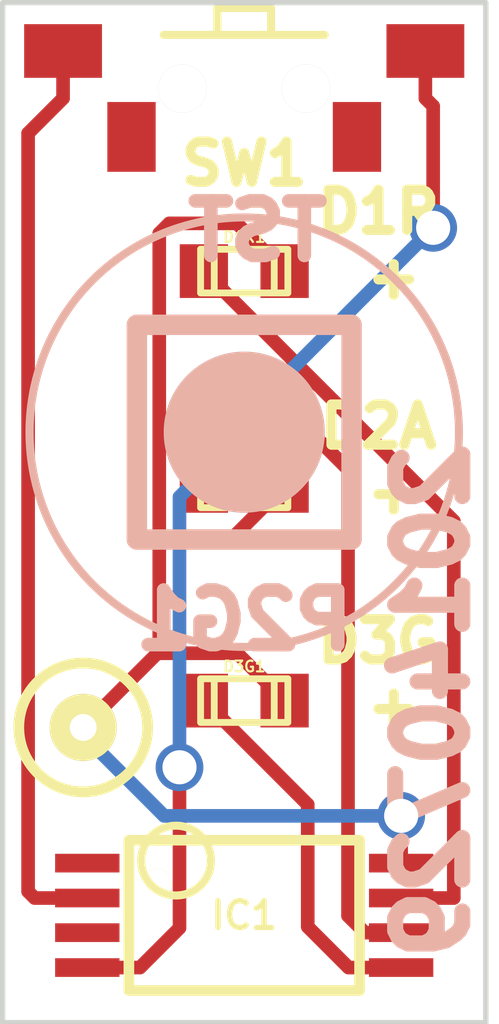
<source format=kicad_pcb>
(kicad_pcb (version 3) (host pcbnew "(2013-jul-07)-stable")

  (general
    (links 10)
    (no_connects 0)
    (area 97.704795 99.765304 112.911904 120.22199)
    (thickness 1.6)
    (drawings 9)
    (tracks 46)
    (zones 0)
    (modules 7)
    (nets 7)
  )

  (page A3)
  (layers
    (15 F.Cu signal)
    (0 B.Cu signal)
    (16 B.Adhes user)
    (17 F.Adhes user)
    (18 B.Paste user)
    (19 F.Paste user)
    (20 B.SilkS user)
    (21 F.SilkS user)
    (22 B.Mask user)
    (23 F.Mask user)
    (24 Dwgs.User user)
    (25 Cmts.User user)
    (26 Eco1.User user)
    (27 Eco2.User user)
    (28 Edge.Cuts user)
  )

  (setup
    (last_trace_width 0.254)
    (trace_clearance 0.254)
    (zone_clearance 0.508)
    (zone_45_only no)
    (trace_min 0.254)
    (segment_width 0.2)
    (edge_width 0.1)
    (via_size 0.889)
    (via_drill 0.635)
    (via_min_size 0.889)
    (via_min_drill 0.508)
    (uvia_size 0.508)
    (uvia_drill 0.127)
    (uvias_allowed no)
    (uvia_min_size 0.508)
    (uvia_min_drill 0.127)
    (pcb_text_width 0.3)
    (pcb_text_size 1.5 1.5)
    (mod_edge_width 0.15)
    (mod_text_size 1 1)
    (mod_text_width 0.15)
    (pad_size 0.9 0.9)
    (pad_drill 0.9)
    (pad_to_mask_clearance 0)
    (aux_axis_origin 0 0)
    (visible_elements FFFFFFBF)
    (pcbplotparams
      (layerselection 3178497)
      (usegerberextensions true)
      (excludeedgelayer true)
      (linewidth 0.150000)
      (plotframeref false)
      (viasonmask false)
      (mode 1)
      (useauxorigin false)
      (hpglpennumber 1)
      (hpglpenspeed 20)
      (hpglpendiameter 15)
      (hpglpenoverlay 2)
      (psnegative false)
      (psa4output false)
      (plotreference true)
      (plotvalue true)
      (plotothertext true)
      (plotinvisibletext false)
      (padsonsilk false)
      (subtractmaskfromsilk false)
      (outputformat 1)
      (mirror false)
      (drillshape 1)
      (scaleselection 1)
      (outputdirectory ""))
  )

  (net 0 "")
  (net 1 N-000001)
  (net 2 N-000002)
  (net 3 N-000003)
  (net 4 N-000004)
  (net 5 N-000005)
  (net 6 N-000007)

  (net_class Default "This is the default net class."
    (clearance 0.254)
    (trace_width 0.254)
    (via_dia 0.889)
    (via_drill 0.635)
    (uvia_dia 0.508)
    (uvia_drill 0.127)
    (add_net "")
    (add_net N-000001)
    (add_net N-000002)
    (add_net N-000003)
    (add_net N-000004)
    (add_net N-000005)
    (add_net N-000007)
  )

  (module PIN_ARRAY_2X1 (layer F.Cu) (tedit 53D6AED9) (tstamp 53D56FD8)
    (at 104.5 101.6 180)
    (descr "Connecteurs 2 pins")
    (tags "CONN DEV")
    (path /53D514C2)
    (fp_text reference SW1 (at 0 -1.27 180) (layer F.SilkS) hide
      (effects (font (size 0.762 0.762) (thickness 0.1524)))
    )
    (fp_text value 3100060P1 (at 0 -2.54 180) (layer F.SilkS) hide
      (effects (font (size 0.762 0.762) (thickness 0.1524)))
    )
    (fp_line (start -0.5 1) (end -0.5 1.5) (layer F.SilkS) (width 0.15))
    (fp_line (start -0.5 1.5) (end 0.5 1.5) (layer F.SilkS) (width 0.15))
    (fp_line (start 0.5 1.5) (end 0.5 1) (layer F.SilkS) (width 0.15))
    (fp_line (start -1.5 1) (end 1.5 1) (layer F.SilkS) (width 0.15))
    (pad 1 smd rect (at -3.375 0.7 180) (size 1.45 1)
      (layers F.Cu F.Paste F.Mask)
      (net 4 N-000004)
    )
    (pad 2 smd rect (at 3.375 0.7 180) (size 1.45 1)
      (layers F.Cu F.Paste F.Mask)
      (net 3 N-000003)
    )
    (pad 3 smd rect (at -2.1 -0.9 180) (size 0.9 1.3)
      (layers F.Cu F.Paste F.Mask)
    )
    (pad 4 smd rect (at 2.1 -0.9 180) (size 0.9 1.3)
      (layers F.Cu F.Paste F.Mask)
    )
    (pad "" thru_hole circle (at -1.15 0 180) (size 0.9 0.9) (drill 0.9)
      (layers *.Cu *.Mask F.SilkS)
    )
    (pad "" thru_hole circle (at 1.15 0 180) (size 0.9 0.9) (drill 0.9)
      (layers *.Cu *.Mask F.SilkS)
    )
  )

  (module TSSOP8 (layer F.Cu) (tedit 53D5874D) (tstamp 53D57DA8)
    (at 104.5 117)
    (descr TSSOP)
    (tags TSSOP)
    (path /53D50FC8)
    (attr smd)
    (fp_text reference IC1 (at 0 0) (layer F.SilkS)
      (effects (font (size 0.50038 0.50038) (thickness 0.09906)))
    )
    (fp_text value ATTINY45-S (at 0.5588 2.28854) (layer F.SilkS) hide
      (effects (font (size 1.27 1.27) (thickness 0.0889)))
    )
    (fp_circle (center -1.27 -1.02) (end -1.52 -1.62) (layer F.SilkS) (width 0.15))
    (fp_line (start -2.19964 -0.84836) (end -2.19964 -1.09982) (layer F.SilkS) (width 0.06604))
    (fp_line (start -2.19964 -0.19812) (end -2.19964 -0.44958) (layer F.SilkS) (width 0.06604))
    (fp_line (start -2.19964 0.44958) (end -2.19964 0.19812) (layer F.SilkS) (width 0.06604))
    (fp_line (start -2.19964 1.09982) (end -2.19964 0.84836) (layer F.SilkS) (width 0.06604))
    (fp_line (start 2.19964 1.09982) (end 2.19964 0.84836) (layer F.SilkS) (width 0.06604))
    (fp_line (start 2.19964 0.44958) (end 2.19964 0.19812) (layer F.SilkS) (width 0.06604))
    (fp_line (start 2.19964 -0.19812) (end 2.19964 -0.44958) (layer F.SilkS) (width 0.06604))
    (fp_line (start 2.19964 -0.84836) (end 2.19964 -1.09982) (layer F.SilkS) (width 0.06604))
    (fp_line (start -2.14884 1.39954) (end 2.14884 1.39954) (layer F.SilkS) (width 0.19812))
    (fp_line (start 2.14884 1.39954) (end 2.14884 -1.39954) (layer F.SilkS) (width 0.19812))
    (fp_line (start 2.14884 -1.39954) (end -2.14884 -1.39954) (layer F.SilkS) (width 0.19812))
    (fp_line (start -2.14884 -1.39954) (end -2.14884 1.39954) (layer F.SilkS) (width 0.19812))
    (fp_circle (center -1.62306 -0.6477) (end -1.78308 -0.80772) (layer F.SilkS) (width 0.00254))
    (pad 1 smd rect (at -2.92354 -0.97282) (size 1.19888 0.34798)
      (layers F.Cu F.Paste F.Mask)
    )
    (pad 2 smd rect (at -2.92354 -0.32258) (size 1.19888 0.34798)
      (layers F.Cu F.Paste F.Mask)
      (net 3 N-000003)
    )
    (pad 3 smd rect (at -2.92354 0.32258) (size 1.19888 0.34798)
      (layers F.Cu F.Paste F.Mask)
    )
    (pad 4 smd rect (at -2.92354 0.97282) (size 1.19888 0.34798)
      (layers F.Cu F.Paste F.Mask)
      (net 4 N-000004)
    )
    (pad 5 smd rect (at 2.92354 0.97282) (size 1.19888 0.34798)
      (layers F.Cu F.Paste F.Mask)
      (net 2 N-000002)
    )
    (pad 6 smd rect (at 2.92354 0.32258) (size 1.19888 0.34798)
      (layers F.Cu F.Paste F.Mask)
      (net 1 N-000001)
    )
    (pad 7 smd rect (at 2.92354 -0.32258) (size 1.19888 0.34798)
      (layers F.Cu F.Paste F.Mask)
      (net 5 N-000005)
    )
    (pad 8 smd rect (at 2.92354 -0.97282) (size 1.19888 0.34798)
      (layers F.Cu F.Paste F.Mask)
      (net 6 N-000007)
    )
    (model AB2_TSSOP08.wrl
      (at (xyz 0 0 0))
      (scale (xyz 0.4 0.4 0.4))
      (rotate (xyz 0 0 270))
    )
  )

  (module 1PIN_SMD (layer B.Cu) (tedit 53D58268) (tstamp 53D6AF5F)
    (at 104.5 108)
    (descr "module 1 pin (ou trou mecanique de percage)")
    (tags DEV)
    (path /53D51496)
    (fp_text reference P2G1 (at 0 3.50012) (layer B.SilkS)
      (effects (font (size 1.016 1.016) (thickness 0.254)) (justify mirror))
    )
    (fp_text value TST (at 0.24892 -3.74904) (layer B.SilkS)
      (effects (font (size 1.016 1.016) (thickness 0.254)) (justify mirror))
    )
    (fp_circle (center 0 0) (end 4 0) (layer B.SilkS) (width 0.15))
    (fp_line (start -2 2) (end 2 2) (layer B.SilkS) (width 0.381))
    (fp_line (start 2 2) (end 2 -2) (layer B.SilkS) (width 0.381))
    (fp_line (start 2 -2) (end -2 -2) (layer B.SilkS) (width 0.381))
    (fp_line (start -2 -2) (end -2 2) (layer B.SilkS) (width 0.381))
    (pad 1 smd circle (at 0 0) (size 3 3)
      (layers B.Cu B.Paste B.SilkS B.Mask)
      (net 4 N-000004)
    )
  )

  (module 1pin (layer F.Cu) (tedit 53D57584) (tstamp 53D5700B)
    (at 101.5 113.5)
    (descr "module 1 pin (ou trou mecanique de percage)")
    (tags DEV)
    (path /53D51426)
    (fp_text reference P1V1 (at 0 -2.1) (layer F.SilkS) hide
      (effects (font (size 1.016 1.016) (thickness 0.254)))
    )
    (fp_text value TST (at 0 2.1) (layer F.SilkS) hide
      (effects (font (size 1.016 1.016) (thickness 0.254)))
    )
    (fp_circle (center 0 0) (end 0 -1.2) (layer F.SilkS) (width 0.2))
    (pad 1 thru_hole circle (at 0 0) (size 1.25 1.25) (drill 0.5)
      (layers *.Cu *.Mask F.SilkS)
      (net 6 N-000007)
    )
  )

  (module c_0603 (layer F.Cu) (tedit 490472AA) (tstamp 53D56FF0)
    (at 104.5 109)
    (descr "SMT capacitor, 0603")
    (path /53D511C3)
    (fp_text reference D2A1 (at 0 -0.635) (layer F.SilkS)
      (effects (font (size 0.20066 0.20066) (thickness 0.04064)))
    )
    (fp_text value "	0330050P1" (at 0 0.635) (layer F.SilkS) hide
      (effects (font (size 0.20066 0.20066) (thickness 0.04064)))
    )
    (fp_line (start 0.5588 0.4064) (end 0.5588 -0.4064) (layer F.SilkS) (width 0.127))
    (fp_line (start -0.5588 -0.381) (end -0.5588 0.4064) (layer F.SilkS) (width 0.127))
    (fp_line (start -0.8128 -0.4064) (end 0.8128 -0.4064) (layer F.SilkS) (width 0.127))
    (fp_line (start 0.8128 -0.4064) (end 0.8128 0.4064) (layer F.SilkS) (width 0.127))
    (fp_line (start 0.8128 0.4064) (end -0.8128 0.4064) (layer F.SilkS) (width 0.127))
    (fp_line (start -0.8128 0.4064) (end -0.8128 -0.4064) (layer F.SilkS) (width 0.127))
    (pad 1 smd rect (at 0.75184 0) (size 0.89916 1.00076)
      (layers F.Cu F.Paste F.Mask)
      (net 6 N-000007)
    )
    (pad 2 smd rect (at -0.75184 0) (size 0.89916 1.00076)
      (layers F.Cu F.Paste F.Mask)
      (net 1 N-000001)
    )
    (model smd/capacitors/c_0603.wrl
      (at (xyz 0 0 0))
      (scale (xyz 1 1 1))
      (rotate (xyz 0 0 0))
    )
  )

  (module c_0603 (layer F.Cu) (tedit 490472AA) (tstamp 53D56FFC)
    (at 104.5 113)
    (descr "SMT capacitor, 0603")
    (path /53D511ED)
    (fp_text reference D3G1 (at 0 -0.635) (layer F.SilkS)
      (effects (font (size 0.20066 0.20066) (thickness 0.04064)))
    )
    (fp_text value 0330010P1 (at 0 0.635) (layer F.SilkS) hide
      (effects (font (size 0.20066 0.20066) (thickness 0.04064)))
    )
    (fp_line (start 0.5588 0.4064) (end 0.5588 -0.4064) (layer F.SilkS) (width 0.127))
    (fp_line (start -0.5588 -0.381) (end -0.5588 0.4064) (layer F.SilkS) (width 0.127))
    (fp_line (start -0.8128 -0.4064) (end 0.8128 -0.4064) (layer F.SilkS) (width 0.127))
    (fp_line (start 0.8128 -0.4064) (end 0.8128 0.4064) (layer F.SilkS) (width 0.127))
    (fp_line (start 0.8128 0.4064) (end -0.8128 0.4064) (layer F.SilkS) (width 0.127))
    (fp_line (start -0.8128 0.4064) (end -0.8128 -0.4064) (layer F.SilkS) (width 0.127))
    (pad 1 smd rect (at 0.75184 0) (size 0.89916 1.00076)
      (layers F.Cu F.Paste F.Mask)
      (net 6 N-000007)
    )
    (pad 2 smd rect (at -0.75184 0) (size 0.89916 1.00076)
      (layers F.Cu F.Paste F.Mask)
      (net 2 N-000002)
    )
    (model smd/capacitors/c_0603.wrl
      (at (xyz 0 0 0))
      (scale (xyz 1 1 1))
      (rotate (xyz 0 0 0))
    )
  )

  (module c_0603 (layer F.Cu) (tedit 490472AA) (tstamp 53D6AF87)
    (at 104.5 105)
    (descr "SMT capacitor, 0603")
    (path /53D51191)
    (fp_text reference D1R1 (at 0 -0.635) (layer F.SilkS)
      (effects (font (size 0.20066 0.20066) (thickness 0.04064)))
    )
    (fp_text value 0330020P1 (at 0 0.635) (layer F.SilkS) hide
      (effects (font (size 0.20066 0.20066) (thickness 0.04064)))
    )
    (fp_line (start 0.5588 0.4064) (end 0.5588 -0.4064) (layer F.SilkS) (width 0.127))
    (fp_line (start -0.5588 -0.381) (end -0.5588 0.4064) (layer F.SilkS) (width 0.127))
    (fp_line (start -0.8128 -0.4064) (end 0.8128 -0.4064) (layer F.SilkS) (width 0.127))
    (fp_line (start 0.8128 -0.4064) (end 0.8128 0.4064) (layer F.SilkS) (width 0.127))
    (fp_line (start 0.8128 0.4064) (end -0.8128 0.4064) (layer F.SilkS) (width 0.127))
    (fp_line (start -0.8128 0.4064) (end -0.8128 -0.4064) (layer F.SilkS) (width 0.127))
    (pad 1 smd rect (at 0.75184 0) (size 0.89916 1.00076)
      (layers F.Cu F.Paste F.Mask)
      (net 6 N-000007)
    )
    (pad 2 smd rect (at -0.75184 0) (size 0.89916 1.00076)
      (layers F.Cu F.Paste F.Mask)
      (net 5 N-000005)
    )
    (model smd/capacitors/c_0603.wrl
      (at (xyz 0 0 0))
      (scale (xyz 1 1 1))
      (rotate (xyz 0 0 0))
    )
  )

  (gr_text 20140729 (at 108 113 90) (layer B.SilkS)
    (effects (font (size 1.25 1.25) (thickness 0.3)) (justify mirror))
  )
  (gr_text SW1 (at 104.5 103) (layer F.SilkS)
    (effects (font (size 0.75 0.75) (thickness 0.1875)))
  )
  (gr_text "D3G\n +" (at 107 112.5) (layer F.SilkS)
    (effects (font (size 0.75 0.75) (thickness 0.1875)))
  )
  (gr_text "D2A\n +" (at 107 108.5) (layer F.SilkS)
    (effects (font (size 0.75 0.75) (thickness 0.1875)))
  )
  (gr_text "D1R\n +" (at 107 104.5) (layer F.SilkS)
    (effects (font (size 0.75 0.75) (thickness 0.1875)))
  )
  (gr_line (start 100 119) (end 100 100) (angle 90) (layer Edge.Cuts) (width 0.1))
  (gr_line (start 109 119) (end 100 119) (angle 90) (layer Edge.Cuts) (width 0.1))
  (gr_line (start 109 100) (end 109 119) (angle 90) (layer Edge.Cuts) (width 0.1))
  (gr_line (start 100 100) (end 109 100) (angle 90) (layer Edge.Cuts) (width 0.1))

  (segment (start 106.7483 117.3226) (end 107.4235 117.3226) (width 0.254) (layer F.Cu) (net 1))
  (segment (start 106.4335 117.0078) (end 106.7483 117.3226) (width 0.254) (layer F.Cu) (net 1))
  (segment (start 106.4335 108.6924) (end 106.4335 117.0078) (width 0.254) (layer F.Cu) (net 1))
  (segment (start 105.8593 108.1182) (end 106.4335 108.6924) (width 0.254) (layer F.Cu) (net 1))
  (segment (start 104.63 108.1182) (end 105.8593 108.1182) (width 0.254) (layer F.Cu) (net 1))
  (segment (start 103.7482 109) (end 104.63 108.1182) (width 0.254) (layer F.Cu) (net 1))
  (segment (start 105.6833 117.2133) (end 106.4428 117.9728) (width 0.254) (layer F.Cu) (net 2))
  (segment (start 105.6833 114.9351) (end 105.6833 117.2133) (width 0.254) (layer F.Cu) (net 2))
  (segment (start 103.7482 113) (end 105.6833 114.9351) (width 0.254) (layer F.Cu) (net 2))
  (segment (start 107.4235 117.9728) (end 106.4428 117.9728) (width 0.254) (layer F.Cu) (net 2))
  (segment (start 100.4738 102.4325) (end 101.125 101.7813) (width 0.254) (layer F.Cu) (net 3))
  (segment (start 100.4738 116.5554) (end 100.4738 102.4325) (width 0.254) (layer F.Cu) (net 3))
  (segment (start 100.5958 116.6774) (end 100.4738 116.5554) (width 0.254) (layer F.Cu) (net 3))
  (segment (start 101.5765 116.6774) (end 100.5958 116.6774) (width 0.254) (layer F.Cu) (net 3))
  (segment (start 101.125 100.9) (end 101.125 101.7813) (width 0.254) (layer F.Cu) (net 3))
  (via (at 108.02 104.1936) (size 0.889) (layers F.Cu B.Cu) (net 4))
  (via (at 103.294 114.2421) (size 0.889) (layers F.Cu B.Cu) (net 4))
  (segment (start 107.875 100.9) (end 107.875 101.7813) (width 0.254) (layer F.Cu) (net 4))
  (segment (start 108.02 101.9263) (end 108.02 104.1936) (width 0.254) (layer F.Cu) (net 4))
  (segment (start 107.875 101.7813) (end 108.02 101.9263) (width 0.254) (layer F.Cu) (net 4))
  (segment (start 101.5765 117.9728) (end 102.5572 117.9728) (width 0.254) (layer F.Cu) (net 4))
  (segment (start 104.5 107.7136) (end 104.5 108) (width 0.254) (layer B.Cu) (net 4))
  (segment (start 108.02 104.1936) (end 104.5 107.7136) (width 0.254) (layer B.Cu) (net 4))
  (segment (start 103.294 109.206) (end 103.294 114.2421) (width 0.254) (layer B.Cu) (net 4))
  (segment (start 104.5 108) (end 103.294 109.206) (width 0.254) (layer B.Cu) (net 4))
  (segment (start 103.294 117.236) (end 103.294 114.2421) (width 0.254) (layer F.Cu) (net 4))
  (segment (start 102.5572 117.9728) (end 103.294 117.236) (width 0.254) (layer F.Cu) (net 4))
  (segment (start 108.4042 109.656) (end 108.4042 116.6774) (width 0.254) (layer F.Cu) (net 5))
  (segment (start 103.7482 105) (end 108.4042 109.656) (width 0.254) (layer F.Cu) (net 5))
  (segment (start 107.4235 116.6774) (end 108.4042 116.6774) (width 0.254) (layer F.Cu) (net 5))
  (via (at 107.4235 115.147) (size 0.889) (layers F.Cu B.Cu) (net 6))
  (segment (start 103.0072 115.147) (end 107.4235 115.147) (width 0.254) (layer B.Cu) (net 6))
  (segment (start 101.5 113.6398) (end 103.0072 115.147) (width 0.254) (layer B.Cu) (net 6))
  (segment (start 101.5 113.5) (end 101.5 113.6398) (width 0.254) (layer B.Cu) (net 6))
  (segment (start 107.4235 115.147) (end 107.4235 116.0272) (width 0.254) (layer F.Cu) (net 6))
  (segment (start 102.8818 112.1182) (end 102.9172 112.1182) (width 0.254) (layer F.Cu) (net 6))
  (segment (start 101.5 113.5) (end 102.8818 112.1182) (width 0.254) (layer F.Cu) (net 6))
  (segment (start 104.37 112.1182) (end 105.2518 113) (width 0.254) (layer F.Cu) (net 6))
  (segment (start 102.9172 112.1182) (end 104.37 112.1182) (width 0.254) (layer F.Cu) (net 6))
  (segment (start 104.3154 109.9364) (end 105.2518 109) (width 0.254) (layer F.Cu) (net 6))
  (segment (start 102.9172 109.9364) (end 104.3154 109.9364) (width 0.254) (layer F.Cu) (net 6))
  (segment (start 102.9172 104.297) (end 102.9172 109.9364) (width 0.254) (layer F.Cu) (net 6))
  (segment (start 103.1034 104.1108) (end 102.9172 104.297) (width 0.254) (layer F.Cu) (net 6))
  (segment (start 104.3626 104.1108) (end 103.1034 104.1108) (width 0.254) (layer F.Cu) (net 6))
  (segment (start 105.2518 105) (end 104.3626 104.1108) (width 0.254) (layer F.Cu) (net 6))
  (segment (start 102.9172 109.9364) (end 102.9172 112.1182) (width 0.254) (layer F.Cu) (net 6))

)

</source>
